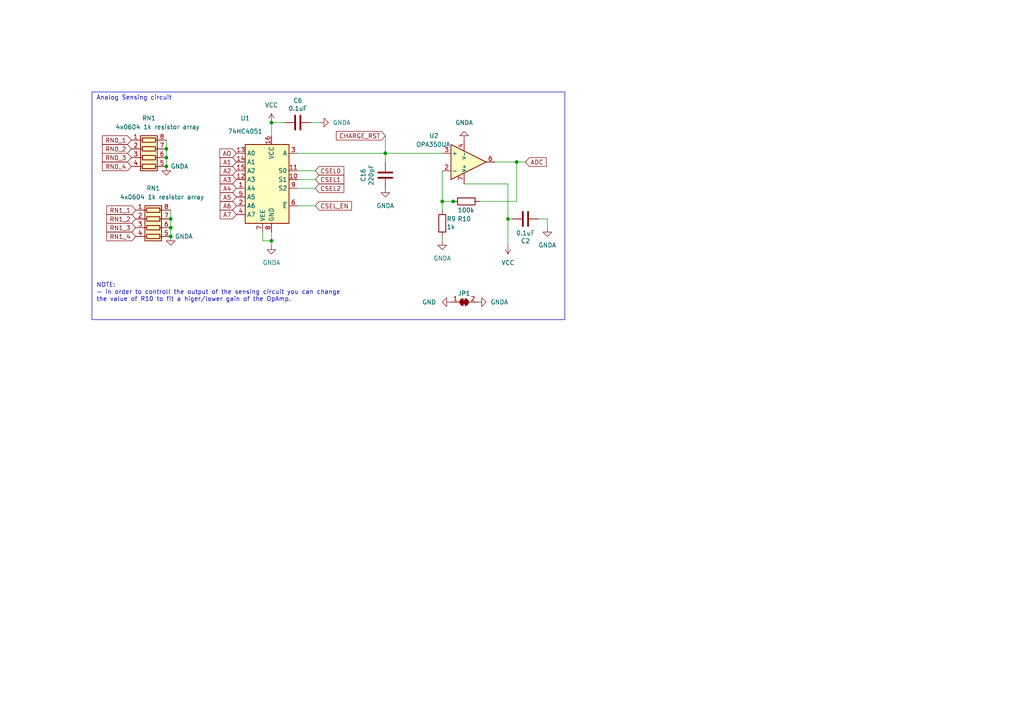
<source format=kicad_sch>
(kicad_sch (version 20230121) (generator eeschema)
  (paper "A4")
  (lib_symbols
    (symbol "74xx:74HC4051"
      (property "Reference" "U" (at -5.08 11.43 0))
      (property "Value" "74HC4051" (at -7.62 -13.97 0))
      (symbol "74HC4051_0_1"
        (rectangle (start -5.08 10.16) (end 7.62 -12.7) (stroke (width 0.254)) (fill (type background)))
      )
      (symbol "74HC4051_1_1"
        (pin passive line (at 10.16 -2.54 180) (length 2.54) (name "A4") (number "1"))
        (pin input line (at -7.62 0 0) (length 2.54) (name "S1") (number "10"))
        (pin input line (at -7.62 2.54 0) (length 2.54) (name "S0") (number "11"))
        (pin passive line (at 10.16 0 180) (length 2.54) (name "A3") (number "12"))
        (pin passive line (at 10.16 7.62 180) (length 2.54) (name "A0") (number "13"))
        (pin passive line (at 10.16 5.08 180) (length 2.54) (name "A1") (number "14"))
        (pin passive line (at 10.16 2.54 180) (length 2.54) (name "A2") (number "15"))
        (pin power_in line (at 0 12.7 270) (length 2.54) (name "VCC") (number "16"))
        (pin passive line (at 10.16 -7.62 180) (length 2.54) (name "A6") (number "2"))
        (pin passive line (at -7.62 7.62 0) (length 2.54) (name "A") (number "3"))
        (pin passive line (at 10.16 -10.16 180) (length 2.54) (name "A7") (number "4"))
        (pin passive line (at 10.16 -5.08 180) (length 2.54) (name "A5") (number "5"))
        (pin input line (at -7.62 -7.62 0) (length 2.54) (name "~{E}") (number "6"))
        (pin power_in line (at 2.54 -15.24 90) (length 2.54) (name "VEE") (number "7"))
        (pin power_in line (at 0 -15.24 90) (length 2.54) (name "GND") (number "8"))
        (pin input line (at -7.62 -2.54 0) (length 2.54) (name "S2") (number "9"))
      )
    )
    (symbol "Device:C" (pin_numbers hide) (pin_names (offset 0.254))
      (property "Reference" "C" (at 0.635 2.54 0))
      (property "Value" "C" (at 0.635 -2.54 0))
      (symbol "C_0_1"
        (polyline (pts (xy -2.032 -0.762) (xy 2.032 -0.762)) (stroke (width 0.508)))
        (polyline (pts (xy -2.032 0.762) (xy 2.032 0.762)) (stroke (width 0.508)))
      )
      (symbol "C_1_1"
        (pin passive line (at 0 3.81 270) (length 2.794) (name "~") (number "1"))
        (pin passive line (at 0 -3.81 90) (length 2.794) (name "~") (number "2"))
      )
    )
    (symbol "Device:R" (pin_numbers hide) (pin_names (offset 0))
      (property "Reference" "R" (at 2.032 0 90))
      (property "Value" "R" (at 0 0 90))
      (symbol "R_0_1"
        (rectangle (start -1.016 -2.54) (end 1.016 2.54) (stroke (width 0.254)))
      )
      (symbol "R_1_1"
        (pin passive line (at 0 3.81 270) (length 1.27) (name "~") (number "1"))
        (pin passive line (at 0 -3.81 90) (length 1.27) (name "~") (number "2"))
      )
    )
    (symbol "Jumper:SolderJumper_2_Bridged" (pin_names (offset 0) hide)
      (property "Reference" "JP" (at 0 2.032 0))
      (property "Value" "SolderJumper_2_Bridged" (at 0 -2.54 0))
      (symbol "SolderJumper_2_Bridged_0_1"
        (rectangle (start -0.508 0.508) (end 0.508 -0.508) (fill (type outline)))
        (arc (start -0.254 1.016) (mid -1.2656 0) (end -0.254 -1.016))
        (arc (start -0.254 1.016) (mid -1.2656 0) (end -0.254 -1.016) (fill (type outline)))
        (polyline (pts (xy -0.254 1.016) (xy -0.254 -1.016)))
        (polyline (pts (xy 0.254 1.016) (xy 0.254 -1.016)))
        (arc (start 0.254 -1.016) (mid 1.2656 0) (end 0.254 1.016))
        (arc (start 0.254 -1.016) (mid 1.2656 0) (end 0.254 1.016) (fill (type outline)))
      )
      (symbol "SolderJumper_2_Bridged_1_1"
        (pin passive line (at -3.81 0 0) (length 2.54) (name "A") (number "1"))
        (pin passive line (at 3.81 0 180) (length 2.54) (name "B") (number "2"))
      )
    )
    (symbol "PCM_Amplifier_Operational_AKL:OPA350UA" (pin_names (offset 0.2))
      (property "Reference" "U" (at 2.54 7.62 0))
      (property "Value" "OPA350UA" (at 2.54 5.08 0))
      (symbol "OPA350UA_0_1"
        (polyline (pts (xy -5.08 5.08) (xy -5.08 -5.08) (xy 5.08 0) (xy -5.08 5.08)) (stroke (width 0.254)) (fill (type background)))
      )
      (symbol "OPA350UA_1_1"
        (pin no_connect line (at 1.27 1.27 270) (length 2.54) hide (name "NC") (number "1"))
        (pin input line (at -7.62 2.54 0) (length 2.54) (name "-") (number "2"))
        (pin input line (at -7.62 -2.54 0) (length 2.54) (name "+") (number "3"))
        (pin power_in line (at -1.27 -6.35 90) (length 3.18) (name "V-") (number "4"))
        (pin no_connect line (at 0 -1.27 90) (length 2.54) hide (name "NC") (number "5"))
        (pin output line (at 7.62 0 180) (length 2.54) (name "~") (number "6"))
        (pin power_in line (at -1.27 6.35 270) (length 3.18) (name "V+") (number "7"))
        (pin no_connect line (at -2.54 -1.27 90) (length 2.54) hide (name "NC") (number "8"))
      )
    )
    (symbol "PCM_Resistor_AKL:R_4x0612_Convex" (pin_names (offset 0.002) hide)
      (property "Reference" "RN" (at 5.08 1.27 0))
      (property "Value" "R_4x0612_Convex" (at 5.08 -1.27 0))
      (symbol "R_4x0612_Convex_0_1"
        (rectangle (start -6.35 -2.413) (end 3.81 2.413) (stroke (width 0.254)) (fill (type background)))
        (rectangle (start -5.715 1.905) (end -4.445 -1.905) (stroke (width 0.254)))
        (rectangle (start -3.175 1.905) (end -1.905 -1.905) (stroke (width 0.254)))
        (rectangle (start -0.635 1.905) (end 0.635 -1.905) (stroke (width 0.254)))
        (polyline (pts (xy -5.08 -2.54) (xy -5.08 -1.905)))
        (polyline (pts (xy -5.08 1.905) (xy -5.08 2.54)))
        (polyline (pts (xy -2.54 -2.54) (xy -2.54 -1.905)))
        (polyline (pts (xy -2.54 1.905) (xy -2.54 2.54)))
        (polyline (pts (xy 0 -2.54) (xy 0 -1.905)))
        (polyline (pts (xy 0 1.905) (xy 0 2.54)))
        (polyline (pts (xy 2.54 -2.54) (xy 2.54 -1.905)))
        (polyline (pts (xy 2.54 1.905) (xy 2.54 2.54)))
        (rectangle (start 1.905 1.905) (end 3.175 -1.905) (stroke (width 0.254)))
      )
      (symbol "R_4x0612_Convex_1_1"
        (pin passive line (at -5.08 -5.08 90) (length 2.54) (name "R1.1") (number "1"))
        (pin passive line (at -2.54 -5.08 90) (length 2.54) (name "R2.1") (number "2"))
        (pin passive line (at 0 -5.08 90) (length 2.54) (name "R3.1") (number "3"))
        (pin passive line (at 2.54 -5.08 90) (length 2.54) (name "R4.1") (number "4"))
        (pin passive line (at 2.54 5.08 270) (length 2.54) (name "R4.2") (number "5"))
        (pin passive line (at 0 5.08 270) (length 2.54) (name "R3.2") (number "6"))
        (pin passive line (at -2.54 5.08 270) (length 2.54) (name "R2.2") (number "7"))
        (pin passive line (at -5.08 5.08 270) (length 2.54) (name "R1.2") (number "8"))
      )
    )
    (symbol "nrfmicro-rescue:GND" (power) (pin_names (offset 0))
      (property "Value" "GND" (at 0 -3.81 0))
      (symbol "GND_0_1"
        (polyline (pts (xy 0 0) (xy 0 -1.27) (xy 1.27 -1.27) (xy 0 -2.54) (xy -1.27 -1.27) (xy 0 -1.27)))
      )
      (symbol "GND_1_1"
        (pin power_in line (at 0 0 270) (length 0) hide (name "GND") (number "1"))
      )
    )
    (symbol "power:GNDA" (power) (pin_names (offset 0))
      (property "Value" "GNDA" (at 0 -3.81 0))
      (symbol "GNDA_0_1"
        (polyline (pts (xy 0 0) (xy 0 -1.27) (xy 1.27 -1.27) (xy 0 -2.54) (xy -1.27 -1.27) (xy 0 -1.27)))
      )
      (symbol "GNDA_1_1"
        (pin power_in line (at 0 0 270) (length 0) hide (name "GNDA") (number "1"))
      )
    )
    (symbol "power:VCC" (power) (pin_names (offset 0))
      (property "Value" "VCC" (at 0 3.81 0))
      (symbol "VCC_0_1"
        (polyline (pts (xy -0.762 1.27) (xy 0 2.54)))
        (polyline (pts (xy 0 0) (xy 0 2.54)))
        (polyline (pts (xy 0 2.54) (xy 0.762 1.27)))
      )
      (symbol "VCC_1_1"
        (pin power_in line (at 0 0 90) (length 0) hide (name "VCC") (number "1"))
      )
    )
  )
  (junction (at 111.76 44.45))
  (junction (at 48.26 48.26))
  (junction (at 49.53 66.04))
  (junction (at 49.53 68.58))
  (junction (at 149.86 46.99))
  (junction (at 131.445 58.42))
  (junction (at 48.26 45.72))
  (junction (at 48.26 43.18))
  (junction (at 147.32 63.5))
  (junction (at 49.53 63.5))
  (junction (at 128.27 58.42))
  (junction (at 78.74 35.56))
  (junction (at 78.74 69.85))
  (wire (pts (xy 147.32 71.12) (xy 147.32 63.5)))
  (wire (pts (xy 90.17 35.56) (xy 92.71 35.56)))
  (wire (pts (xy 86.36 44.45) (xy 111.76 44.45)))
  (wire (pts (xy 76.2 67.31) (xy 76.2 69.85)))
  (wire (pts (xy 86.36 49.53) (xy 91.44 49.53)))
  (wire (pts (xy 49.53 66.04) (xy 49.53 63.5)))
  (wire (pts (xy 128.27 58.42) (xy 131.445 58.42)))
  (wire (pts (xy 78.74 35.56) (xy 78.74 39.37)))
  (wire (pts (xy 48.26 45.72) (xy 48.26 43.18)))
  (wire (pts (xy 158.75 63.5) (xy 158.75 66.04)))
  (wire (pts (xy 48.26 48.26) (xy 48.26 45.72)))
  (wire (pts (xy 82.55 35.56) (xy 78.74 35.56)))
  (wire (pts (xy 78.74 69.85) (xy 78.74 71.12)))
  (wire (pts (xy 148.59 63.5) (xy 147.32 63.5)))
  (wire (pts (xy 147.32 53.34) (xy 147.32 63.5)))
  (wire (pts (xy 86.36 52.07) (xy 91.44 52.07)))
  (wire (pts (xy 49.53 63.5) (xy 49.53 60.96)))
  (wire (pts (xy 76.2 69.85) (xy 78.74 69.85)))
  (wire (pts (xy 91.44 59.69) (xy 86.36 59.69)))
  (wire (pts (xy 149.86 46.99) (xy 152.4 46.99)))
  (wire (pts (xy 128.27 58.42) (xy 128.27 60.96)))
  (wire (pts (xy 111.76 39.37) (xy 111.76 44.45)))
  (wire (pts (xy 86.36 54.61) (xy 91.44 54.61)))
  (wire (pts (xy 128.27 49.53) (xy 128.27 58.42)))
  (wire (pts (xy 48.26 43.18) (xy 48.26 40.64)))
  (wire (pts (xy 134.62 53.34) (xy 147.32 53.34)))
  (wire (pts (xy 149.86 58.42) (xy 149.86 46.99)))
  (wire (pts (xy 78.74 67.31) (xy 78.74 69.85)))
  (wire (pts (xy 111.76 44.45) (xy 111.76 46.99)))
  (wire (pts (xy 156.21 63.5) (xy 158.75 63.5)))
  (wire (pts (xy 49.53 68.58) (xy 49.53 66.04)))
  (wire (pts (xy 131.445 58.42) (xy 132.08 58.42)))
  (wire (pts (xy 139.065 58.42) (xy 149.86 58.42)))
  (wire (pts (xy 143.51 46.99) (xy 149.86 46.99)))
  (wire (pts (xy 111.76 44.45) (xy 128.27 44.45)))
  (wire (pts (xy 128.27 68.58) (xy 128.27 69.85)))
  (rectangle (start 26.67 26.67) (end 163.83 92.71))
  (text "NOTE:\n- in order to controll the output of the sensing circuit you can change\nthe value of R10 to fit a higer/lower gain of the OpAmp.\n" (at 27.94 87.63 0) (effects (font (size 1.27 1.27)) (justify left bottom)))
  (text "Analog Sensing circuit\n" (at 27.94 29.21 0) (effects (font (size 1.27 1.27)) (justify left bottom)))
  (global_label "A1" (shape input) (at 68.58 46.99 180) (property "Intersheetrefs" "${INTERSHEET_REFS}" (effects hide)))
  (global_label "RN1_1" (shape input) (at 39.37 60.96 180) (property "Intersheetrefs" "${INTERSHEET_REFS}" (effects hide)))
  (global_label "A5" (shape input) (at 68.58 57.15 180) (property "Intersheetrefs" "${INTERSHEET_REFS}" (effects hide)))
  (global_label "CHARGE_RST" (shape input) (at 111.76 39.37 180) (property "Intersheetrefs" "${INTERSHEET_REFS}" (effects hide)))
  (global_label "CSEL2" (shape input) (at 91.44 54.61 0) (property "Intersheetrefs" "${INTERSHEET_REFS}" (effects hide)))
  (global_label "RN1_4" (shape input) (at 39.37 68.58 180) (property "Intersheetrefs" "${INTERSHEET_REFS}" (effects hide)))
  (global_label "A6" (shape input) (at 68.58 59.69 180) (property "Intersheetrefs" "${INTERSHEET_REFS}" (effects hide)))
  (global_label "A7" (shape input) (at 68.58 62.23 180) (property "Intersheetrefs" "${INTERSHEET_REFS}" (effects hide)))
  (global_label "RN1_2" (shape input) (at 39.37 63.5 180) (property "Intersheetrefs" "${INTERSHEET_REFS}" (effects hide)))
  (global_label "A4" (shape input) (at 68.58 54.61 180) (property "Intersheetrefs" "${INTERSHEET_REFS}" (effects hide)))
  (global_label "RN0_2" (shape input) (at 38.1 43.18 180) (property "Intersheetrefs" "${INTERSHEET_REFS}" (effects hide)))
  (global_label "ADC" (shape input) (at 152.4 46.99 0) (property "Intersheetrefs" "${INTERSHEET_REFS}" (effects hide)))
  (global_label "A2" (shape input) (at 68.58 49.53 180) (property "Intersheetrefs" "${INTERSHEET_REFS}" (effects hide)))
  (global_label "A3" (shape input) (at 68.58 52.07 180) (property "Intersheetrefs" "${INTERSHEET_REFS}" (effects hide)))
  (global_label "RN0_4" (shape input) (at 38.1 48.26 180) (property "Intersheetrefs" "${INTERSHEET_REFS}" (effects hide)))
  (global_label "AO" (shape input) (at 68.58 44.45 180) (property "Intersheetrefs" "${INTERSHEET_REFS}" (effects hide)))
  (global_label "RN0_1" (shape input) (at 38.1 40.64 180) (property "Intersheetrefs" "${INTERSHEET_REFS}" (effects hide)))
  (global_label "RN0_3" (shape input) (at 38.1 45.72 180) (property "Intersheetrefs" "${INTERSHEET_REFS}" (effects hide)))
  (global_label "CSEL1" (shape input) (at 91.44 52.07 0) (property "Intersheetrefs" "${INTERSHEET_REFS}" (effects hide)))
  (global_label "CSEL_EN" (shape input) (at 91.44 59.69 0) (property "Intersheetrefs" "${INTERSHEET_REFS}" (effects hide)))
  (global_label "RN1_3" (shape input) (at 39.37 66.04 180) (property "Intersheetrefs" "${INTERSHEET_REFS}" (effects hide)))
  (global_label "CSEL0" (shape input) (at 91.44 49.53 0) (property "Intersheetrefs" "${INTERSHEET_REFS}" (effects hide)))
  (symbol (lib_id "PCM_Amplifier_Operational_AKL:OPA350UA") (at 135.89 46.99 0) (mirror x) (unit 1)
    (property "Reference" "U2" (at 124.46 39.37 0) (effects (justify left)))
    (property "Value" "OPA350UA" (at 120.65 41.91 0) (effects (justify left)))
    (property "Footprint" "PCM_Package_SO_AKL:SO-8_3.9x4.9mm_P1.27mm" (effects hide))
    (property "Datasheet" "https://www.ti.com/lit/ds/symlink/opa2350.pdf?ts=1634984076630&ref_url=https%253A%252F%252Fwww.google.com%252F" (effects hide))
  )
  (symbol (lib_id "nrfmicro-rescue:GND") (at 130.81 87.63 270) (unit 1)
    (property "Reference" "#PWR029" (effects hide))
    (property "Value" "GND" (at 124.46 87.63 90))
    (instances (project "esp32_hub_right" (path "" (reference "#PWR029") (unit 1))) (project "keyboard_left" (path "" (reference "#PWR041") (unit 1)) (path "" (reference "#PWR048") (unit 1))) (project "nrfmicro" (path "" (reference "#PWR0119") (unit 1))))
  )
  (symbol (lib_id "Device:R") (at 135.255 58.42 270) (unit 1)
    (property "Reference" "R10" (at 132.715 63.5 90) (effects (justify left)))
    (property "Value" "100k" (at 132.715 60.96 90) (effects (justify left)))
    (property "Footprint" "PCM_Resistor_SMD_AKL:R_0603_1608Metric_Pad0.98x0.95mm" (effects hide))
    (property "LCSC" "C3152121" (effects hide))
  )
  (symbol (lib_id "Device:C") (at 152.4 63.5 270) (mirror x) (unit 1)
    (property "Reference" "C2" (at 152.4 69.9008 90))
    (property "Value" "0.1uF" (at 152.4 67.5894 90))
    (property "Footprint" "PCM_Capacitor_SMD_AKL:C_0603_1608Metric_Pad1.08x0.95mm" (effects hide))
    (property "LCSC" "C19702" (effects hide))
  )
  (symbol (lib_id "power:GNDA") (at 49.53 68.58 0) (mirror y) (unit 1)
    (property "Reference" "#PWR018" (effects hide))
    (property "Value" "GNDA" (at 53.34 68.58 0))
    (instances (project "keyboard_left" (path "" (reference "#PWR018") (unit 1)) (path "" (reference "#PWR039") (unit 1))))
  )
  (symbol (lib_id "Device:C") (at 111.76 50.8 0) (unit 1)
    (property "Reference" "C16" (at 105.3592 50.8 90))
    (property "Value" "220pF" (at 107.6706 50.8 90))
    (property "Footprint" "PCM_Capacitor_SMD_AKL:C_0603_1608Metric_Pad1.08x0.95mm" (effects hide))
    (property "LCSC" "C5255295" (effects hide))
  )
  (symbol (lib_id "74xx:74HC4051") (at 78.74 52.07 0) (mirror y) (unit 1)
    (property "Reference" "U1" (at 71.12 34.29 0))
    (property "Value" "74HC4051" (at 71.12 38.1 0))
    (property "Footprint" "PCM_Package_SO_AKL:TSSOP-16_4.4x5mm_P0.65mm" (effects hide))
    (property "Datasheet" "http://www.ti.com/lit/ds/symlink/cd74hc4051.pdf" (effects hide))
    (property "LCSC" "C5645" (effects hide))
  )
  (symbol (lib_id "Jumper:SolderJumper_2_Bridged") (at 134.62 87.63 0) (unit 1)
    (property "Reference" "JP1" (at 134.62 85.09 0))
    (property "Value" "~" (at 134.62 85.09 0))
    (property "Footprint" "ec_parts:P1.3mm_Bridged_RoundedPad1.0x1.5mm" (effects hide))
  )
  (symbol (lib_id "Device:C") (at 86.36 35.56 270) (unit 1)
    (property "Reference" "C6" (at 86.36 29.1592 90))
    (property "Value" "0.1uF" (at 86.36 31.4706 90))
    (property "Footprint" "PCM_Capacitor_SMD_AKL:C_0603_1608Metric_Pad1.08x0.95mm" (effects hide))
    (property "LCSC" "C19702" (effects hide))
  )
  (symbol (lib_id "power:GNDA") (at 78.74 71.12 0) (unit 1)
    (property "Reference" "#PWR019" (effects hide))
    (property "Value" "GNDA" (at 78.74 76.2 0))
    (instances (project "keyboard_left" (path "" (reference "#PWR019") (unit 1)) (path "" (reference "#PWR044") (unit 1))))
  )
  (symbol (lib_id "power:GNDA") (at 48.26 48.26 0) (mirror y) (unit 1)
    (property "Reference" "#PWR018" (effects hide))
    (property "Value" "GNDA" (at 52.07 48.26 0))
    (instances (project "keyboard_left" (path "" (reference "#PWR018") (unit 1)) (path "" (reference "#PWR028") (unit 1))))
  )
  (symbol (lib_id "power:GNDA") (at 128.27 69.85 0) (unit 1)
    (property "Reference" "#PWR020" (effects hide))
    (property "Value" "GNDA" (at 128.27 74.93 0))
    (instances (project "keyboard_left" (path "" (reference "#PWR020") (unit 1)) (path "" (reference "#PWR047") (unit 1))))
  )
  (symbol (lib_id "Device:R") (at 128.27 64.77 0) (unit 1)
    (property "Reference" "R9" (at 129.54 63.5 0) (effects (justify left)))
    (property "Value" "1k" (at 129.54 65.8114 0) (effects (justify left)))
    (property "Footprint" "PCM_Resistor_SMD_AKL:R_0603_1608Metric_Pad0.98x0.95mm" (effects hide))
    (property "LCSC" "C3152127" (effects hide))
  )
  (symbol (lib_id "power:GNDA") (at 111.76 54.61 0) (unit 1)
    (property "Reference" "#PWR023" (effects hide))
    (property "Value" "GNDA" (at 111.76 59.69 0))
    (instances (project "keyboard_left" (path "" (reference "#PWR023") (unit 1)) (path "" (reference "#PWR046") (unit 1))))
  )
  (symbol (lib_id "power:GNDA") (at 138.43 87.63 90) (unit 1)
    (property "Reference" "#PWR040" (effects hide))
    (property "Value" "GNDA" (at 142.24 87.6299 90) (effects (justify right)))
    (instances (project "keyboard_left" (path "" (reference "#PWR040") (unit 1)) (path "" (reference "#PWR049") (unit 1))))
  )
  (symbol (lib_id "PCM_Resistor_AKL:R_4x0612_Convex") (at 44.45 66.04 270) (unit 1)
    (property "Reference" "RN1" (at 44.45 54.61 90))
    (property "Value" "4x0604 1k resistor array" (at 46.99 57.15 90))
    (property "Footprint" "PCM_Resistor_SMD_AKL:R_Array_Convex_4x0612" (effects hide))
    (instances (project "keyboard_left" (path "" (reference "RN1") (unit 1)) (path "" (reference "RN2") (unit 1))))
  )
  (symbol (lib_id "power:GNDA") (at 134.62 40.64 180) (unit 1)
    (property "Reference" "#PWR022" (effects hide))
    (property "Value" "GNDA" (at 134.62 35.56 0))
    (instances (project "keyboard_left" (path "" (reference "#PWR022") (unit 1)) (path "" (reference "#PWR051") (unit 1))))
  )
  (symbol (lib_id "power:VCC") (at 147.32 71.12 180) (unit 1)
    (property "Reference" "#PWR05" (effects hide))
    (property "Value" "VCC" (at 147.32 76.2 0))
    (instances (project "keyboard_left" (path "" (reference "#PWR05") (unit 1)) (path "" (reference "#PWR050") (unit 1))))
  )
  (symbol (lib_id "power:GNDA") (at 92.71 35.56 90) (unit 1)
    (property "Reference" "#PWR024" (effects hide))
    (property "Value" "GNDA" (at 96.52 35.5599 90) (effects (justify right)))
    (instances (project "keyboard_left" (path "" (reference "#PWR024") (unit 1)) (path "" (reference "#PWR045") (unit 1))))
  )
  (symbol (lib_id "power:GNDA") (at 158.75 66.04 0) (unit 1)
    (property "Reference" "#PWR021" (effects hide))
    (property "Value" "GNDA" (at 158.75 71.12 0))
    (instances (project "keyboard_left" (path "" (reference "#PWR021") (unit 1)) (path "" (reference "#PWR052") (unit 1))))
  )
  (symbol (lib_id "power:VCC") (at 78.74 35.56 0) (unit 1)
    (property "Reference" "#PWR06" (effects hide))
    (property "Value" "VCC" (at 78.74 30.48 0))
    (instances (project "keyboard_left" (path "" (reference "#PWR06") (unit 1)) (path "" (reference "#PWR043") (unit 1))))
  )
  (symbol (lib_id "PCM_Resistor_AKL:R_4x0612_Convex") (at 43.18 45.72 270) (unit 1)
    (property "Reference" "RN1" (at 43.18 34.29 90))
    (property "Value" "4x0604 1k resistor array" (at 45.72 36.83 90))
    (property "Footprint" "PCM_Resistor_SMD_AKL:R_Array_Convex_4x0612" (effects hide))
  )
)
</source>
